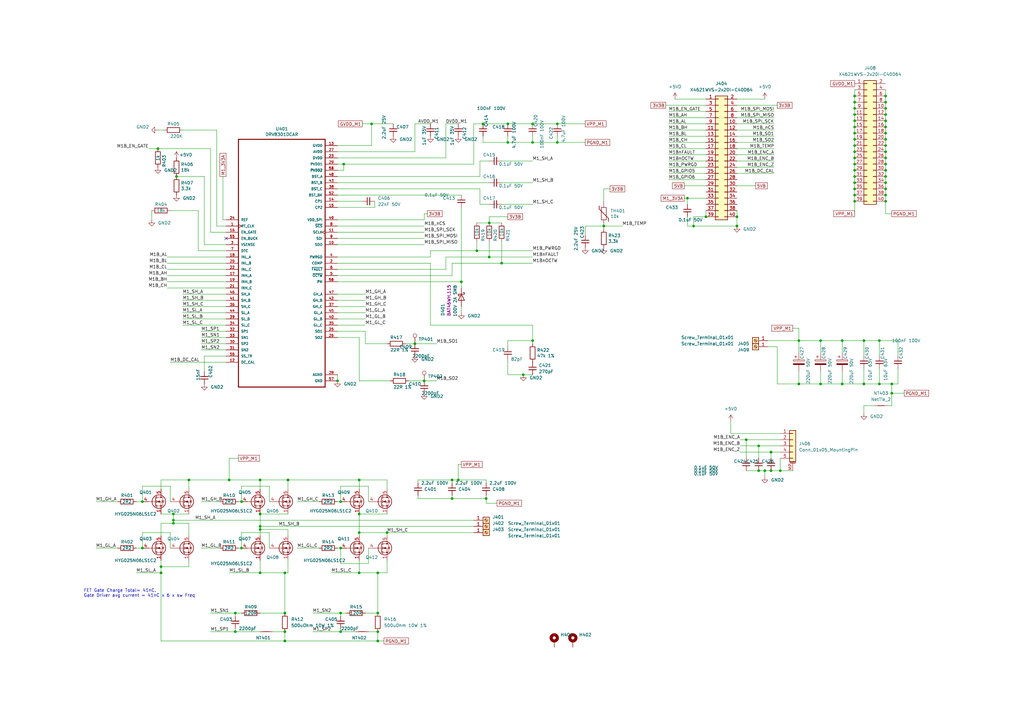
<source format=kicad_sch>
(kicad_sch (version 20230121) (generator eeschema)
  (paper "A3")
  (title_block (title "Q Motor Driver M1") (rev "1") (comment 1 "Drawn by: KHY"))
  (junction (at 106.68 215.9))
  (junction (at 218.44 50.8))
  (junction (at 350.52 41.91))
  (junction (at 363.22 74.93))
  (junction (at 198.12 50.8))
  (junction (at 71.12 213.36))
  (junction (at 218.44 58.42))
  (junction (at 99.06 224.79))
  (junction (at 363.22 69.85))
  (junction (at 118.11 196.85))
  (junction (at 363.22 52.07))
  (junction (at 187.96 196.85))
  (junction (at 363.22 67.31))
  (junction (at 208.28 58.42))
  (junction (at 77.47 196.85))
  (junction (at 116.84 259.08))
  (junction (at 350.52 74.93))
  (junction (at 93.98 196.85))
  (junction (at 200.66 91.44))
  (junction (at 363.22 46.99))
  (junction (at 363.22 77.47))
  (junction (at 350.52 44.45))
  (junction (at 106.68 217.17))
  (junction (at 302.26 88.9))
  (junction (at 139.7 251.46))
  (junction (at 147.32 234.95))
  (junction (at 71.12 214.63))
  (junction (at 218.44 139.7))
  (junction (at 363.22 44.45))
  (junction (at 71.12 210.82))
  (junction (at 316.23 185.42))
  (junction (at 154.94 259.08))
  (junction (at 139.7 224.79))
  (junction (at 350.52 52.07))
  (junction (at 354.33 157.48))
  (junction (at 350.52 82.55))
  (junction (at 345.44 157.48))
  (junction (at 96.52 259.08))
  (junction (at 316.23 193.04))
  (junction (at 139.7 205.74))
  (junction (at 311.15 182.88))
  (junction (at 140.97 67.31))
  (junction (at 365.76 161.29))
  (junction (at 106.68 196.85))
  (junction (at 116.84 262.89))
  (junction (at 228.6 50.8))
  (junction (at 58.42 224.79))
  (junction (at 214.63 153.67))
  (junction (at 281.94 81.28))
  (junction (at 116.84 234.95))
  (junction (at 195.58 102.87))
  (junction (at 350.52 67.31))
  (junction (at 72.39 72.39))
  (junction (at 363.22 64.77))
  (junction (at 363.22 82.55))
  (junction (at 327.66 157.48))
  (junction (at 138.43 156.21))
  (junction (at 363.22 62.23))
  (junction (at 363.22 41.91))
  (junction (at 363.22 57.15))
  (junction (at 152.4 50.8))
  (junction (at 139.7 259.08))
  (junction (at 363.22 72.39))
  (junction (at 205.74 107.95))
  (junction (at 147.32 196.85))
  (junction (at 208.28 50.8))
  (junction (at 350.52 69.85))
  (junction (at 311.15 193.04))
  (junction (at 189.23 115.57))
  (junction (at 154.94 262.89))
  (junction (at 185.42 196.85))
  (junction (at 116.84 251.46))
  (junction (at 200.66 105.41))
  (junction (at 64.77 60.96))
  (junction (at 158.75 218.44))
  (junction (at 320.04 193.04))
  (junction (at 289.56 88.9))
  (junction (at 365.76 157.48))
  (junction (at 350.52 49.53))
  (junction (at 363.22 59.69))
  (junction (at 350.52 57.15))
  (junction (at 350.52 62.23))
  (junction (at 350.52 59.69))
  (junction (at 228.6 58.42))
  (junction (at 106.68 234.95))
  (junction (at 345.44 139.7))
  (junction (at 360.68 139.7))
  (junction (at 336.55 157.48))
  (junction (at 106.68 210.82))
  (junction (at 66.04 232.41))
  (junction (at 327.66 139.7))
  (junction (at 350.52 77.47))
  (junction (at 336.55 139.7))
  (junction (at 363.22 39.37))
  (junction (at 354.33 139.7))
  (junction (at 360.68 157.48))
  (junction (at 313.69 193.04))
  (junction (at 199.39 204.47))
  (junction (at 66.04 234.95))
  (junction (at 173.99 156.21))
  (junction (at 363.22 54.61))
  (junction (at 58.42 205.74))
  (junction (at 185.42 204.47))
  (junction (at 99.06 205.74))
  (junction (at 96.52 251.46))
  (junction (at 147.32 218.44))
  (junction (at 154.94 251.46))
  (junction (at 350.52 72.39))
  (junction (at 350.52 46.99))
  (junction (at 350.52 39.37))
  (junction (at 363.22 49.53))
  (junction (at 306.07 180.34))
  (junction (at 350.52 54.61))
  (junction (at 302.26 92.71))
  (junction (at 350.52 64.77))
  (junction (at 363.22 80.01))
  (junction (at 170.18 140.97))
  (junction (at 247.65 92.71))
  (junction (at 350.52 80.01))
  (junction (at 147.32 210.82))
  (junction (at 284.48 92.71))
  (junction (at 154.94 234.95))
  (no_connect (at 92.71 97.79))
  (wire (pts (xy 110.49 218.44) (xy 99.06 218.44)))
  (wire (pts (xy 99.06 199.39) (xy 99.06 205.74)))
  (wire (pts (xy 106.68 229.87) (xy 106.68 234.95)))
  (wire (pts (xy 350.52 64.77) (xy 350.52 67.31)))
  (wire (pts (xy 138.43 110.49) (xy 182.88 110.49)))
  (wire (pts (xy 106.68 210.82) (xy 118.11 210.82)))
  (wire (pts (xy 138.43 138.43) (xy 147.32 138.43)))
  (wire (pts (xy 96.52 259.08) (xy 96.52 257.81)))
  (wire (pts (xy 196.85 83.82) (xy 200.66 83.82)))
  (wire (pts (xy 147.32 196.85) (xy 147.32 200.66)))
  (wire (pts (xy 336.55 139.7) (xy 327.66 139.7)))
  (wire (pts (xy 350.52 39.37) (xy 350.52 41.91)))
  (wire (pts (xy 274.32 63.5) (xy 289.56 63.5)))
  (wire (pts (xy 189.23 118.11) (xy 189.23 115.57)))
  (wire (pts (xy 106.68 196.85) (xy 118.11 196.85)))
  (wire (pts (xy 214.63 153.67) (xy 208.28 153.67)))
  (wire (pts (xy 158.75 218.44) (xy 194.31 218.44)))
  (wire (pts (xy 363.22 54.61) (xy 363.22 57.15)))
  (wire (pts (xy 320.04 187.96) (xy 320.04 193.04)))
  (wire (pts (xy 187.96 196.85) (xy 199.39 196.85)))
  (wire (pts (xy 354.33 139.7) (xy 354.33 146.05)))
  (wire (pts (xy 66.04 262.89) (xy 66.04 234.95)))
  (wire (pts (xy 69.85 199.39) (xy 58.42 199.39)))
  (wire (pts (xy 185.42 203.2) (xy 185.42 204.47)))
  (wire (pts (xy 121.92 205.74) (xy 130.81 205.74)))
  (wire (pts (xy 110.49 199.39) (xy 99.06 199.39)))
  (wire (pts (xy 154.94 262.89) (xy 116.84 262.89)))
  (wire (pts (xy 72.39 72.39) (xy 83.82 72.39)))
  (wire (pts (xy 365.76 157.48) (xy 365.76 161.29)))
  (wire (pts (xy 86.36 60.96) (xy 86.36 95.25)))
  (wire (pts (xy 66.04 196.85) (xy 77.47 196.85)))
  (wire (pts (xy 182.88 110.49) (xy 182.88 105.41)))
  (wire (pts (xy 140.97 69.85) (xy 140.97 67.31)))
  (wire (pts (xy 199.39 203.2) (xy 199.39 204.47)))
  (wire (pts (xy 350.52 41.91) (xy 350.52 44.45)))
  (wire (pts (xy 363.22 41.91) (xy 363.22 44.45)))
  (wire (pts (xy 151.13 224.79) (xy 151.13 231.14)))
  (wire (pts (xy 83.82 152.4) (xy 83.82 146.05)))
  (wire (pts (xy 350.52 80.01) (xy 350.52 82.55)))
  (wire (pts (xy 280.67 76.2) (xy 289.56 76.2)))
  (wire (pts (xy 368.3 151.13) (xy 368.3 157.48)))
  (wire (pts (xy 302.26 48.26) (xy 317.5 48.26)))
  (wire (pts (xy 82.55 140.97) (xy 92.71 140.97)))
  (wire (pts (xy 139.7 257.81) (xy 139.7 259.08)))
  (wire (pts (xy 74.93 130.81) (xy 92.71 130.81)))
  (wire (pts (xy 350.52 77.47) (xy 350.52 80.01)))
  (wire (pts (xy 336.55 139.7) (xy 336.55 144.78)))
  (wire (pts (xy 274.32 71.12) (xy 289.56 71.12)))
  (wire (pts (xy 360.68 157.48) (xy 354.33 157.48)))
  (wire (pts (xy 157.48 262.89) (xy 154.94 262.89)))
  (wire (pts (xy 142.24 251.46) (xy 139.7 251.46)))
  (wire (pts (xy 228.6 55.88) (xy 228.6 58.42)))
  (wire (pts (xy 154.94 234.95) (xy 154.94 251.46)))
  (wire (pts (xy 147.32 234.95) (xy 154.94 234.95)))
  (wire (pts (xy 274.32 48.26) (xy 289.56 48.26)))
  (wire (pts (xy 363.855 166.37) (xy 365.76 166.37)))
  (wire (pts (xy 240.03 92.71) (xy 240.03 96.52)))
  (wire (pts (xy 306.07 180.34) (xy 320.04 180.34)))
  (wire (pts (xy 77.47 229.87) (xy 77.47 232.41)))
  (wire (pts (xy 350.52 59.69) (xy 350.52 62.23)))
  (wire (pts (xy 363.22 74.93) (xy 363.22 77.47)))
  (wire (pts (xy 170.18 50.8) (xy 170.18 62.23)))
  (wire (pts (xy 60.96 60.96) (xy 64.77 60.96)))
  (wire (pts (xy 99.06 218.44) (xy 99.06 224.79)))
  (wire (pts (xy 179.07 156.21) (xy 173.99 156.21)))
  (wire (pts (xy 350.52 82.55) (xy 350.52 87.63)))
  (wire (pts (xy 147.32 196.85) (xy 158.75 196.85)))
  (wire (pts (xy 152.4 50.8) (xy 152.4 59.69)))
  (wire (pts (xy 69.85 148.59) (xy 92.71 148.59)))
  (wire (pts (xy 118.11 196.85) (xy 147.32 196.85)))
  (wire (pts (xy 118.11 217.17) (xy 106.68 217.17)))
  (wire (pts (xy 64.77 53.34) (xy 67.31 53.34)))
  (wire (pts (xy 325.12 134.62) (xy 327.66 134.62)))
  (wire (pts (xy 92.71 90.17) (xy 91.44 90.17)))
  (wire (pts (xy 316.23 185.42) (xy 320.04 185.42)))
  (wire (pts (xy 149.86 251.46) (xy 154.94 251.46)))
  (wire (pts (xy 189.23 128.27) (xy 189.23 125.73)))
  (wire (pts (xy 358.775 166.37) (xy 354.33 166.37)))
  (wire (pts (xy 195.58 99.06) (xy 195.58 102.87)))
  (wire (pts (xy 345.44 144.78) (xy 345.44 139.7)))
  (wire (pts (xy 198.12 58.42) (xy 208.28 58.42)))
  (wire (pts (xy 200.66 74.93) (xy 138.43 74.93)))
  (wire (pts (xy 200.66 91.44) (xy 205.74 91.44)))
  (wire (pts (xy 363.22 57.15) (xy 363.22 59.69)))
  (wire (pts (xy 316.23 193.04) (xy 320.04 193.04)))
  (wire (pts (xy 138.43 97.79) (xy 173.99 97.79)))
  (wire (pts (xy 200.66 99.06) (xy 200.66 105.41)))
  (wire (pts (xy 199.39 204.47) (xy 185.42 204.47)))
  (wire (pts (xy 135.89 234.95) (xy 147.32 234.95)))
  (wire (pts (xy 77.47 196.85) (xy 77.47 200.66)))
  (wire (pts (xy 153.67 82.55) (xy 153.67 85.09)))
  (wire (pts (xy 350.52 52.07) (xy 350.52 54.61)))
  (wire (pts (xy 110.49 224.79) (xy 110.49 218.44)))
  (wire (pts (xy 151.13 231.14) (xy 139.7 231.14)))
  (wire (pts (xy 58.42 218.44) (xy 58.42 224.79)))
  (wire (pts (xy 138.43 80.01) (xy 189.23 80.01)))
  (wire (pts (xy 147.32 218.44) (xy 147.32 219.71)))
  (wire (pts (xy 363.22 72.39) (xy 363.22 74.93)))
  (wire (pts (xy 314.96 139.7) (xy 327.66 139.7)))
  (wire (pts (xy 81.28 102.87) (xy 92.71 102.87)))
  (wire (pts (xy 218.44 139.7) (xy 218.44 140.97)))
  (wire (pts (xy 86.36 251.46) (xy 96.52 251.46)))
  (wire (pts (xy 218.44 133.35) (xy 218.44 139.7)))
  (wire (pts (xy 92.71 113.03) (xy 68.58 113.03)))
  (wire (pts (xy 363.22 80.01) (xy 363.22 82.55)))
  (wire (pts (xy 274.32 55.88) (xy 289.56 55.88)))
  (wire (pts (xy 97.79 224.79) (xy 99.06 224.79)))
  (wire (pts (xy 363.22 44.45) (xy 363.22 46.99)))
  (wire (pts (xy 302.26 43.18) (xy 318.77 43.18)))
  (wire (pts (xy 153.67 85.09) (xy 138.43 85.09)))
  (wire (pts (xy 363.22 46.99) (xy 363.22 49.53)))
  (wire (pts (xy 302.26 66.04) (xy 317.5 66.04)))
  (wire (pts (xy 138.43 125.73) (xy 149.86 125.73)))
  (wire (pts (xy 302.26 60.96) (xy 317.5 60.96)))
  (wire (pts (xy 140.97 67.31) (xy 138.43 67.31)))
  (wire (pts (xy 167.64 156.21) (xy 173.99 156.21)))
  (wire (pts (xy 196.85 77.47) (xy 196.85 83.82)))
  (wire (pts (xy 196.85 66.04) (xy 196.85 72.39)))
  (wire (pts (xy 200.66 66.04) (xy 196.85 66.04)))
  (wire (pts (xy 203.835 206.375) (xy 199.39 206.375)))
  (wire (pts (xy 173.99 90.17) (xy 138.43 90.17)))
  (wire (pts (xy 280.67 81.28) (xy 281.94 81.28)))
  (wire (pts (xy 185.42 196.85) (xy 185.42 198.12)))
  (wire (pts (xy 71.12 213.36) (xy 71.12 210.82)))
  (wire (pts (xy 327.66 139.7) (xy 327.66 144.78)))
  (wire (pts (xy 195.58 102.87) (xy 218.44 102.87)))
  (wire (pts (xy 363.22 69.85) (xy 363.22 72.39)))
  (wire (pts (xy 313.69 193.04) (xy 316.23 193.04)))
  (wire (pts (xy 289.56 88.9) (xy 284.48 88.9)))
  (wire (pts (xy 138.43 77.47) (xy 196.85 77.47)))
  (wire (pts (xy 302.26 71.12) (xy 317.5 71.12)))
  (wire (pts (xy 139.7 199.39) (xy 139.7 205.74)))
  (wire (pts (xy 363.22 77.47) (xy 363.22 80.01)))
  (wire (pts (xy 350.52 69.85) (xy 350.52 72.39)))
  (wire (pts (xy 311.15 193.04) (xy 313.69 193.04)))
  (wire (pts (xy 240.03 50.8) (xy 228.6 50.8)))
  (wire (pts (xy 138.43 120.65) (xy 149.86 120.65)))
  (wire (pts (xy 302.26 58.42) (xy 317.5 58.42)))
  (wire (pts (xy 68.58 110.49) (xy 92.71 110.49)))
  (wire (pts (xy 64.77 60.96) (xy 86.36 60.96)))
  (wire (pts (xy 368.3 146.05) (xy 368.3 139.7)))
  (wire (pts (xy 111.76 259.08) (xy 116.84 259.08)))
  (wire (pts (xy 350.52 72.39) (xy 350.52 74.93)))
  (wire (pts (xy 148.59 50.8) (xy 152.4 50.8)))
  (wire (pts (xy 363.22 64.77) (xy 363.22 67.31)))
  (wire (pts (xy 158.75 218.44) (xy 158.75 219.71)))
  (wire (pts (xy 97.79 205.74) (xy 99.06 205.74)))
  (wire (pts (xy 194.31 50.8) (xy 198.12 50.8)))
  (wire (pts (xy 86.36 259.08) (xy 96.52 259.08)))
  (wire (pts (xy 208.28 88.9) (xy 200.66 88.9)))
  (wire (pts (xy 147.32 229.87) (xy 147.32 234.95)))
  (wire (pts (xy 273.05 43.18) (xy 289.56 43.18)))
  (wire (pts (xy 289.56 86.36) (xy 289.56 88.9)))
  (wire (pts (xy 92.71 125.73) (xy 74.93 125.73)))
  (wire (pts (xy 284.48 88.9) (xy 284.48 92.71)))
  (wire (pts (xy 77.47 214.63) (xy 71.12 214.63)))
  (wire (pts (xy 274.32 68.58) (xy 289.56 68.58)))
  (wire (pts (xy 66.04 196.85) (xy 66.04 200.66)))
  (wire (pts (xy 200.66 105.41) (xy 218.44 105.41)))
  (wire (pts (xy 303.53 182.88) (xy 311.15 182.88)))
  (wire (pts (xy 92.71 107.95) (xy 68.58 107.95)))
  (wire (pts (xy 311.15 182.88) (xy 311.15 187.96)))
  (wire (pts (xy 199.39 196.85) (xy 199.39 198.12)))
  (wire (pts (xy 83.82 100.33) (xy 92.71 100.33)))
  (wire (pts (xy 200.66 88.9) (xy 200.66 91.44)))
  (wire (pts (xy 345.44 152.4) (xy 345.44 157.48)))
  (wire (pts (xy 274.32 50.8) (xy 289.56 50.8)))
  (wire (pts (xy 194.31 67.31) (xy 140.97 67.31)))
  (wire (pts (xy 185.42 113.03) (xy 138.43 113.03)))
  (wire (pts (xy 360.68 139.7) (xy 368.3 139.7)))
  (wire (pts (xy 274.32 66.04) (xy 289.56 66.04)))
  (wire (pts (xy 320.04 193.04) (xy 325.12 193.04)))
  (wire (pts (xy 250.19 77.47) (xy 247.65 77.47)))
  (wire (pts (xy 302.26 63.5) (xy 317.5 63.5)))
  (wire (pts (xy 218.44 83.82) (xy 205.74 83.82)))
  (wire (pts (xy 363.22 62.23) (xy 363.22 64.77)))
  (wire (pts (xy 88.9 92.71) (xy 92.71 92.71)))
  (wire (pts (xy 71.12 213.36) (xy 71.12 214.63)))
  (wire (pts (xy 306.07 180.34) (xy 306.07 187.96)))
  (wire (pts (xy 138.43 205.74) (xy 139.7 205.74)))
  (wire (pts (xy 147.32 218.44) (xy 158.75 218.44)))
  (wire (pts (xy 171.45 203.2) (xy 171.45 204.47)))
  (wire (pts (xy 68.58 118.11) (xy 92.71 118.11)))
  (wire (pts (xy 138.43 69.85) (xy 140.97 69.85)))
  (wire (pts (xy 311.15 182.88) (xy 320.04 182.88)))
  (wire (pts (xy 363.22 82.55) (xy 363.22 87.63)))
  (wire (pts (xy 55.88 205.74) (xy 58.42 205.74)))
  (wire (pts (xy 363.22 59.69) (xy 363.22 62.23)))
  (wire (pts (xy 69.85 86.36) (xy 81.28 86.36)))
  (wire (pts (xy 176.53 50.8) (xy 170.18 50.8)))
  (wire (pts (xy 82.55 135.89) (xy 92.71 135.89)))
  (wire (pts (xy 368.3 157.48) (xy 365.76 157.48)))
  (wire (pts (xy 176.53 133.35) (xy 176.53 107.95)))
  (wire (pts (xy 247.65 92.71) (xy 240.03 92.71)))
  (wire (pts (xy 106.68 215.9) (xy 194.31 215.9)))
  (wire (pts (xy 62.23 86.36) (xy 62.23 90.17)))
  (wire (pts (xy 88.9 53.34) (xy 88.9 92.71)))
  (wire (pts (xy 158.75 200.66) (xy 158.75 196.85)))
  (wire (pts (xy 118.11 196.85) (xy 118.11 200.66)))
  (wire (pts (xy 66.04 229.87) (xy 66.04 232.41)))
  (wire (pts (xy 318.77 157.48) (xy 327.66 157.48)))
  (wire (pts (xy 110.49 205.74) (xy 110.49 199.39)))
  (wire (pts (xy 302.26 53.34) (xy 317.5 53.34)))
  (wire (pts (xy 208.28 153.67) (xy 208.28 147.32)))
  (wire (pts (xy 218.44 66.04) (xy 205.74 66.04)))
  (wire (pts (xy 354.33 157.48) (xy 345.44 157.48)))
  (wire (pts (xy 208.28 142.24) (xy 208.28 139.7)))
  (wire (pts (xy 208.28 139.7) (xy 218.44 139.7)))
  (wire (pts (xy 274.32 58.42) (xy 289.56 58.42)))
  (wire (pts (xy 149.86 123.19) (xy 138.43 123.19)))
  (wire (pts (xy 363.22 36.83) (xy 363.22 39.37)))
  (wire (pts (xy 350.52 57.15) (xy 350.52 59.69)))
  (wire (pts (xy 363.22 87.63) (xy 365.76 87.63)))
  (wire (pts (xy 345.44 157.48) (xy 336.55 157.48)))
  (wire (pts (xy 302.26 68.58) (xy 317.5 68.58)))
  (wire (pts (xy 187.96 190.5) (xy 187.96 196.85)))
  (wire (pts (xy 313.69 193.04) (xy 313.69 195.58)))
  (wire (pts (xy 68.58 105.41) (xy 92.71 105.41)))
  (wire (pts (xy 306.07 193.04) (xy 311.15 193.04)))
  (wire (pts (xy 106.68 217.17) (xy 106.68 219.71)))
  (wire (pts (xy 173.99 95.25) (xy 138.43 95.25)))
  (wire (pts (xy 189.23 190.5) (xy 187.96 190.5)))
  (wire (pts (xy 274.32 53.34) (xy 289.56 53.34)))
  (wire (pts (xy 116.84 234.95) (xy 116.84 251.46)))
  (wire (pts (xy 276.86 40.64) (xy 289.56 40.64)))
  (wire (pts (xy 365.76 166.37) (xy 365.76 161.29)))
  (wire (pts (xy 208.28 58.42) (xy 218.44 58.42)))
  (wire (pts (xy 158.75 234.95) (xy 154.94 234.95)))
  (wire (pts (xy 55.88 234.95) (xy 66.04 234.95)))
  (wire (pts (xy 151.13 199.39) (xy 139.7 199.39)))
  (wire (pts (xy 303.53 180.34) (xy 306.07 180.34)))
  (wire (pts (xy 139.7 259.08) (xy 146.05 259.08)))
  (wire (pts (xy 195.58 91.44) (xy 200.66 91.44)))
  (wire (pts (xy 99.06 251.46) (xy 96.52 251.46)))
  (wire (pts (xy 69.85 224.79) (xy 69.85 218.44)))
  (wire (pts (xy 171.45 204.47) (xy 185.42 204.47)))
  (wire (pts (xy 363.22 49.53) (xy 363.22 52.07)))
  (wire (pts (xy 302.26 92.71) (xy 284.48 92.71)))
  (wire (pts (xy 208.28 55.88) (xy 208.28 58.42)))
  (wire (pts (xy 138.43 115.57) (xy 189.23 115.57)))
  (wire (pts (xy 199.39 206.375) (xy 199.39 204.47)))
  (wire (pts (xy 152.4 59.69) (xy 138.43 59.69)))
  (wire (pts (xy 91.44 72.39) (xy 91.44 90.17)))
  (wire (pts (xy 198.12 55.88) (xy 198.12 58.42)))
  (wire (pts (xy 138.43 92.71) (xy 173.99 92.71)))
  (wire (pts (xy 74.93 53.34) (xy 88.9 53.34)))
  (wire (pts (xy 363.22 52.07) (xy 363.22 54.61)))
  (wire (pts (xy 69.85 218.44) (xy 58.42 218.44)))
  (wire (pts (xy 74.93 123.19) (xy 92.71 123.19)))
  (wire (pts (xy 303.53 185.42) (xy 316.23 185.42)))
  (wire (pts (xy 118.11 229.87) (xy 118.11 234.95)))
  (wire (pts (xy 171.45 198.12) (xy 171.45 196.85)))
  (wire (pts (xy 318.77 142.24) (xy 318.77 157.48)))
  (wire (pts (xy 327.66 152.4) (xy 327.66 157.48)))
  (wire (pts (xy 281.94 92.71) (xy 284.48 92.71)))
  (wire (pts (xy 316.23 185.42) (xy 316.23 187.96)))
  (wire (pts (xy 274.32 60.96) (xy 289.56 60.96)))
  (wire (pts (xy 116.84 259.08) (xy 116.84 262.89)))
  (wire (pts (xy 370.84 161.29) (xy 365.76 161.29)))
  (wire (pts (xy 302.26 55.88) (xy 317.5 55.88)))
  (wire (pts (xy 354.33 151.13) (xy 354.33 157.48)))
  (wire (pts (xy 179.07 140.97) (xy 170.18 140.97)))
  (wire (pts (xy 171.45 196.85) (xy 185.42 196.85)))
  (wire (pts (xy 66.04 232.41) (xy 66.04 234.95)))
  (wire (pts (xy 118.11 234.95) (xy 116.84 234.95)))
  (wire (pts (xy 218.44 74.93) (xy 205.74 74.93)))
  (wire (pts (xy 139.7 231.14) (xy 139.7 224.79)))
  (wire (pts (xy 158.75 229.87) (xy 158.75 234.95)))
  (wire (pts (xy 161.29 50.8) (xy 152.4 50.8)))
  (wire (pts (xy 302.26 45.72) (xy 317.5 45.72)))
  (wire (pts (xy 96.52 259.08) (xy 106.68 259.08)))
  (wire (pts (xy 151.13 205.74) (xy 151.13 199.39)))
  (wire (pts (xy 218.44 55.88) (xy 218.44 58.42)))
  (wire (pts (xy 106.68 196.85) (xy 106.68 200.66)))
  (wire (pts (xy 128.27 259.08) (xy 139.7 259.08)))
  (wire (pts (xy 118.11 219.71) (xy 118.11 217.17)))
  (wire (pts (xy 336.55 152.4) (xy 336.55 157.48)))
  (wire (pts (xy 281.94 88.9) (xy 281.94 92.71)))
  (wire (pts (xy 149.86 140.97) (xy 149.86 135.89)))
  (wire (pts (xy 58.42 199.39) (xy 58.42 205.74)))
  (wire (pts (xy 175.26 87.63) (xy 173.99 87.63)))
  (wire (pts (xy 360.68 139.7) (xy 354.33 139.7)))
  (wire (pts (xy 360.68 146.05) (xy 360.68 139.7)))
  (wire (pts (xy 154.94 259.08) (xy 154.94 262.89)))
  (wire (pts (xy 345.44 139.7) (xy 336.55 139.7)))
  (wire (pts (xy 106.68 234.95) (xy 116.84 234.95)))
  (wire (pts (xy 66.04 210.82) (xy 71.12 210.82)))
  (wire (pts (xy 116.84 262.89) (xy 66.04 262.89)))
  (wire (pts (xy 66.04 214.63) (xy 66.04 219.71)))
  (wire (pts (xy 93.98 234.95) (xy 106.68 234.95)))
  (wire (pts (xy 247.65 77.47) (xy 247.65 82.55)))
  (wire (pts (xy 149.86 133.35) (xy 138.43 133.35)))
  (wire (pts (xy 82.55 205.74) (xy 90.17 205.74)))
  (wire (pts (xy 138.43 153.67) (xy 138.43 156.21)))
  (wire (pts (xy 205.74 99.06) (xy 205.74 107.95)))
  (wire (pts (xy 39.37 224.79) (xy 48.26 224.79)))
  (wire (pts (xy 195.58 102.87) (xy 176.53 102.87)))
  (wire (pts (xy 208.28 50.8) (xy 218.44 50.8)))
  (wire (pts (xy 182.88 64.77) (xy 138.43 64.77)))
  (wire (pts (xy 360.68 151.13) (xy 360.68 157.48)))
  (wire (pts (xy 151.13 259.08) (xy 154.94 259.08)))
  (wire (pts (xy 218.44 153.67) (xy 214.63 153.67)))
  (wire (pts (xy 176.53 102.87) (xy 176.53 105.41)))
  (wire (pts (xy 205.74 107.95) (xy 218.44 107.95)))
  (wire (pts (xy 138.43 224.79) (xy 139.7 224.79)))
  (wire (pts (xy 82.55 138.43) (xy 92.71 138.43)))
  (wire (pts (xy 198.12 50.8) (xy 208.28 50.8)))
  (wire (pts (xy 302.26 40.64) (xy 313.69 40.64)))
  (wire (pts (xy 160.02 156.21) (xy 147.32 156.21)))
  (wire (pts (xy 302.26 88.9) (xy 302.26 92.71)))
  (wire (pts (xy 187.96 50.8) (xy 182.88 50.8)))
  (wire (pts (xy 302.26 50.8) (xy 317.5 50.8)))
  (wire (pts (xy 350.52 36.83) (xy 350.52 39.37)))
  (wire (pts (xy 182.88 50.8) (xy 182.88 64.77)))
  (wire (pts (xy 365.76 157.48) (xy 360.68 157.48)))
  (wire (pts (xy 138.43 82.55) (xy 148.59 82.55)))
  (wire (pts (xy 314.96 142.24) (xy 318.77 142.24)))
  (wire (pts (xy 96.52 251.46) (xy 96.52 252.73)))
  (wire (pts (xy 71.12 210.82) (xy 77.47 210.82)))
  (wire (pts (xy 170.18 62.23) (xy 138.43 62.23)))
  (wire (pts (xy 218.44 58.42) (xy 228.6 58.42)))
  (wire (pts (xy 173.99 87.63) (xy 173.99 90.17)))
  (wire (pts (xy 228.6 58.42) (xy 240.03 58.42)))
  (wire (pts (xy 302.26 76.2) (xy 309.88 76.2)))
  (wire (pts (xy 345.44 139.7) (xy 354.33 139.7)))
  (wire (pts (xy 327.66 134.62) (xy 327.66 139.7)))
  (wire (pts (xy 81.28 86.36) (xy 81.28 102.87)))
  (wire (pts (xy 185.42 107.95) (xy 185.42 113.03)))
  (wire (pts (xy 176.53 107.95) (xy 138.43 107.95)))
  (wire (pts (xy 350.52 62.23) (xy 350.52 64.77)))
  (wire (pts (xy 39.37 205.74) (xy 48.26 205.74)))
  (wire (pts (xy 106.68 251.46) (xy 116.84 251.46)))
  (wire (pts (xy 149.86 128.27) (xy 138.43 128.27)))
  (wire (pts (xy 147.32 138.43) (xy 147.32 156.21)))
  (wire (pts (xy 74.93 133.35) (xy 92.71 133.35)))
  (wire (pts (xy 185.42 196.85) (xy 187.96 196.85)))
  (wire (pts (xy 182.88 105.41) (xy 200.66 105.41)))
  (wire (pts (xy 77.47 232.41) (xy 66.04 232.41)))
  (wire (pts (xy 173.99 100.33) (xy 138.43 100.33)))
  (wire (pts (xy 82.55 224.79) (xy 90.17 224.79)))
  (wire (pts (xy 170.18 140.97) (xy 166.37 140.97)))
  (wire (pts (xy 281.94 81.28) (xy 289.56 81.28)))
  (wire (pts (xy 194.31 50.8) (xy 194.31 67.31)))
  (wire (pts (xy 189.23 85.09) (xy 189.23 115.57)))
  (wire (pts (xy 69.85 205.74) (xy 69.85 199.39)))
  (wire (pts (xy 354.33 166.37) (xy 354.33 169.545)))
  (wire (pts (xy 149.86 135.89) (xy 138.43 135.89)))
  (wire (pts (xy 302.26 86.36) (xy 302.26 88.9)))
  (wire (pts (xy 158.75 140.97) (xy 149.86 140.97)))
  (wire (pts (xy 350.52 74.93) (xy 350.52 77.47)))
  (wire (pts (xy 97.79 187.96) (xy 93.98 187.96)))
  (wire (pts (xy 147.32 210.82) (xy 147.32 218.44)))
  (wire (pts (xy 281.94 81.28) (xy 281.94 83.82)))
  (wire (pts (xy 86.36 95.25) (xy 92.71 95.25)))
  (wire (pts (xy 71.12 213.36) (xy 194.31 213.36)))
  (wire (pts (xy 218.44 50.8) (xy 228.6 50.8)))
  (wire (pts (xy 106.68 210.82) (xy 106.68 215.9)))
  (wire (pts (xy 139.7 251.46) (xy 139.7 252.73)))
  (wire (pts (xy 274.32 45.72) (xy 289.56 45.72)))
  (wire (pts (xy 138.43 130.81) (xy 149.86 130.81)))
  (wire (pts (xy 350.52 67.31) (xy 350.52 69.85)))
  (wire (pts (xy 83.82 72.39) (xy 83.82 100.33)))
  (wire (pts (xy 176.53 105.41) (xy 138.43 105.41)))
  (wire (pts (xy 363.22 39.37) (xy 363.22 41.91)))
  (wire (pts (xy 350.52 44.45) (xy 350.52 46.99)))
  (wire (pts (xy 92.71 115.57) (xy 68.58 115.57)))
  (wire (pts (xy 106.68 215.9) (xy 106.68 217.17)))
  (wire (pts (xy 363.22 67.31) (xy 363.22 69.85)))
  (wire (pts (xy 327.66 157.48) (xy 336.55 157.48)))
  (wire (pts (xy 176.53 133.35) (xy 218.44 133.35)))
  (wire (pts (xy 139.7 251.46) (xy 128.27 251.46)))
  (wire (pts (xy 74.93 120.65) (xy 92.71 120.65)))
  (wire (pts (xy 55.88 224.79) (xy 58.42 224.79)))
  (wire (pts (xy 71.12 214.63) (xy 66.04 214.63)))
  (wire (pts (xy 299.72 172.72) (xy 299.72 177.8)))
  (wire (pts (xy 121.92 224.79) (xy 130.81 224.79)))
  (wire (pts (xy 274.32 73.66) (xy 289.56 73.66)))
  (wire (pts (xy 83.82 146.05) (xy 92.71 146.05)))
  (wire (pts (xy 299.72 177.8) (xy 320.04 177.8)))
  (wire (pts (xy 82.55 143.51) (xy 92.71 143.51)))
  (wire (pts (xy 77.47 196.85) (xy 93.98 196.85)))
  (wire (pts (xy 185.42 107.95) (xy 205.74 107.95)))
  (wire (pts (xy 247.65 92.71) (xy 247.65 93.98)))
  (wire (pts (xy 74.93 128.27) (xy 92.71 128.27)))
  (wire (pts (xy 138.43 72.39) (xy 196.85 72.39)))
  (wire (pts (xy 93.98 196.85) (xy 106.68 196.85)))
  (wire (pts (xy 255.27 92.71) (xy 247.65 92.71)))
  (wire (pts (xy 350.52 54.61) (xy 350.52 57.15)))
  (wire (pts (xy 77.47 219.71) (xy 77.47 214.63)))
  (wire (pts (xy 350.52 49.53) (xy 350.52 52.07)))
  (wire (pts (xy 147.32 210.82) (xy 158.75 210.82)))
  (wire (pts (xy 350.52 46.99) (xy 350.52 49.53)))
  (wire (pts (xy 93.98 187.96) (xy 93.98 196.85)))
  (text "FET Gate Charge Total= 41nC.\nGate Driver avg current = 41nC x 6 x sw Freq" (at 34.29 245.11 0) (effects (font (size 1.27 1.27)) (justify left bottom)))
  (label "M1B_EN_GATE" (at 274.32 45.72 0))
  (label "M1_GL_B" (at 82.55 224.79 0))
  (label "M1_SH_A" (at 218.44 66.04 0))
  (label "M1_GH_A" (at 149.86 120.65 0))
  (label "M1B_EN_GATE" (at 60.96 60.96 180))
  (label "M1B_PWRGD" (at 274.32 68.58 0))
  (label "M1_SL_C" (at 135.89 234.95 0))
  (label "M1_SP2" (at 82.55 140.97 0))
  (label "M1B_TEMP" (at 317.5 60.96 180))
  (label "M1B_ENC_Z" (at 317.5 68.58 180))
  (label "M1_GL_A" (at 149.86 128.27 0))
  (label "M1B_ENC_B" (at 317.5 66.04 180))
  (label "M1_SL_B" (at 93.98 234.95 0))
  (label "M1B_DC_CAL" (at 69.85 148.59 0))
  (label "M1B_ENC_Z" (at 303.53 185.42 180))
  (label "M1_SH_A" (at 74.93 120.65 0))
  (label "M1_SP2" (at 128.27 259.08 0))
  (label "M1_SN2" (at 128.27 251.46 0))
  (label "M1B_GPIO6" (at 274.32 73.66 0))
  (label "M1BnOCTW" (at 218.44 107.95 0))
  (label "M1_GL_B" (at 149.86 130.81 0))
  (label "M1_GL_C" (at 121.92 224.79 0))
  (label "M1_SL_B" (at 74.93 130.81 0))
  (label "M1_SH_B" (at 218.44 74.93 0))
  (label "M1B_DC_CAL" (at 317.5 71.12 180))
  (label "M1B_SO2" (at 317.5 58.42 180))
  (label "M1_SH_C" (at 74.93 125.73 0))
  (label "M1_SH_A" (at 80.01 213.36 0))
  (label "AVDD_M1" (at 171.45 50.8 0))
  (label "M1B_nCS" (at 173.99 92.71 0))
  (label "M1_GH_C" (at 149.86 125.73 0))
  (label "M1B_GPIO5" (at 274.32 71.12 0))
  (label "M1B_nCS" (at 317.5 53.34 180))
  (label "M1B_SPI_MOSI" (at 317.5 45.72 180))
  (label "M1B_BH" (at 68.58 115.57 180))
  (label "M1_SL_C" (at 74.93 133.35 0))
  (label "M1BnFAULT" (at 274.32 63.5 0))
  (label "M1_SN1" (at 82.55 138.43 0))
  (label "M1_SH_B" (at 74.93 123.19 0))
  (label "M1B_SO1" (at 179.07 140.97 0))
  (label "M1B_SPI_SCK" (at 317.5 50.8 180))
  (label "M1B_AH" (at 68.58 113.03 180))
  (label "M1B_CH" (at 68.58 118.11 180))
  (label "M1B_ENC_A" (at 317.5 63.5 180))
  (label "M1B_SPI_MISO" (at 173.99 100.33 0))
  (label "M1B_SPI_MISO" (at 317.5 48.26 180))
  (label "M1B_SPI_MOSI" (at 173.99 97.79 0))
  (label "M1_SH_B" (at 114.3 215.9 0))
  (label "M1B_ENC_A" (at 303.53 180.34 180))
  (label "M1B_AL" (at 274.32 50.8 0))
  (label "M1B_SO1" (at 317.5 55.88 180))
  (label "M1BnFAULT" (at 218.44 105.41 0))
  (label "M1B_TEMP" (at 255.27 92.71 0))
  (label "M1_GH_B" (at 149.86 123.19 0))
  (label "M1B_AL" (at 68.58 105.41 180))
  (label "M1_GH_C" (at 121.92 205.74 0))
  (label "M1B_ENC_B" (at 303.53 182.88 180))
  (label "M1_SH_C" (at 218.44 83.82 0))
  (label "M1_SL_A" (at 55.88 234.95 0))
  (label "M1B_PWRGD" (at 218.44 102.87 0))
  (label "M1_GL_A" (at 39.37 224.79 0))
  (label "M1_SN1" (at 86.36 251.46 0))
  (label "M1_SH_C" (at 158.75 218.44 0))
  (label "M1B_CL" (at 274.32 60.96 0))
  (label "M1B_SPI_SCK" (at 173.99 95.25 0))
  (label "M1B_CL" (at 68.58 110.49 180))
  (label "M1_SN2" (at 82.55 143.51 0))
  (label "M1BnOCTW" (at 274.32 66.04 0))
  (label "M1B_BH" (at 274.32 53.34 0))
  (label "M1_GH_A" (at 39.37 205.74 0))
  (label "M1_SP1" (at 82.55 135.89 0))
  (label "M1B_AH" (at 274.32 48.26 0))
  (label "M1_SL_A" (at 74.93 128.27 0))
  (label "M1_SP1" (at 86.36 259.08 0))
  (label "M1_GH_B" (at 82.55 205.74 0))
  (label "M1_GL_C" (at 149.86 133.35 0))
  (label "M1B_BL" (at 274.32 55.88 0))
  (label "M1B_SO2" (at 179.07 156.21 0))
  (label "M1B_CH" (at 274.32 58.42 0))
  (label "M1B_BL" (at 68.58 107.95 180))
  (label "DVDD_M1" (at 182.88 50.8 0))
  (global_label "PGND_M1" (shape passive) (at 240.03 58.42 0) (property "Intersheetrefs" "${INTERSHEET_REFS}" (effects hide)))
  (global_label "5VB" (shape passive) (at 309.88 76.2 0) (property "Intersheetrefs" "${INTERSHEET_REFS}" (effects hide)))
  (global_label "GVDD_M1" (shape passive) (at 350.52 34.29 180) (property "Intersheetrefs" "${INTERSHEET_REFS}" (effects hide)))
  (global_label "PGND_M1" (shape passive) (at 370.84 161.29 0) (property "Intersheetrefs" "${INTERSHEET_REFS}" (effects hide)))
  (global_label "M1_3V3A" (shape passive) (at 280.67 81.28 180) (property "Intersheetrefs" "${INTERSHEET_REFS}" (effects hide)))
  (global_label "PGND_M1" (shape passive) (at 157.48 262.89 0) (property "Intersheetrefs" "${INTERSHEET_REFS}" (effects hide)))
  (global_label "VPP_M1" (shape passive) (at 350.52 87.63 180) (property "Intersheetrefs" "${INTERSHEET_REFS}" (effects hide)))
  (global_label "3V3B" (shape passive) (at 273.05 43.18 180) (property "Intersheetrefs" "${INTERSHEET_REFS}" (effects hide)))
  (global_label "3V3B" (shape passive) (at 208.28 88.9 0) (property "Intersheetrefs" "${INTERSHEET_REFS}" (effects hide)))
  (global_label "GVDD_M1" (shape passive) (at 148.59 50.8 180) (property "Intersheetrefs" "${INTERSHEET_REFS}" (effects hide)))
  (global_label "VPP_M1" (shape passive) (at 97.79 187.96 0) (property "Intersheetrefs" "${INTERSHEET_REFS}" (effects hide)))
  (global_label "5VB" (shape passive) (at 280.67 76.2 180) (property "Intersheetrefs" "${INTERSHEET_REFS}" (effects hide)))
  (global_label "VPP_M1" (shape passive) (at 240.03 50.8 0) (property "Intersheetrefs" "${INTERSHEET_REFS}" (effects hide)))
  (global_label "VPP_M1" (shape passive) (at 325.12 134.62 180) (property "Intersheetrefs" "${INTERSHEET_REFS}" (effects hide)))
  (global_label "VPP_M1" (shape passive) (at 189.23 190.5 0) (property "Intersheetrefs" "${INTERSHEET_REFS}" (effects hide)))
  (global_label "M1_3V3A" (shape passive) (at 91.44 72.39 90) (property "Intersheetrefs" "${INTERSHEET_REFS}" (effects hide)))
  (global_label "PGND_M1" (shape passive) (at 203.835 206.375 0) (property "Intersheetrefs" "${INTERSHEET_REFS}" (effects hide)))
  (global_label "3V3B" (shape passive) (at 175.26 87.63 0) (property "Intersheetrefs" "${INTERSHEET_REFS}" (effects hide)))
  (global_label "3V3B" (shape passive) (at 250.19 77.47 0) (property "Intersheetrefs" "${INTERSHEET_REFS}" (effects hide)))
  (global_label "3V3B" (shape passive) (at 318.77 43.18 0) (property "Intersheetrefs" "${INTERSHEET_REFS}" (effects hide)))
  (global_label "PGND_M1" (shape passive) (at 365.76 87.63 0) (property "Intersheetrefs" "${INTERSHEET_REFS}" (effects hide)))
  (symbol (lib_id "Device:R") (at 64.77 64.77 180) (unit 1)
    (property "Reference" "R403" (at 67.31 66.04 90))
    (property "Value" "1k" (at 64.77 64.77 90))
    (property "Footprint" "Resistor_SMD:R_0402_1005Metric" (effects hide))
    (property "MPN" "ERJ-2RKF1001X" (effects hide))
  )
  (symbol (lib_id "power:GND2") (at 138.43 156.21 0) (unit 1)
    (property "Reference" "#PWR0150" (effects hide))
    (property "Value" "GND2" (at 140.97 157.4799 0) (effects (justify left)))
  )
  (symbol (lib_id "power:+5VD") (at 299.72 172.72 0) (unit 1)
    (property "Reference" "#PWR0131" (effects hide))
    (property "Value" "+5VD" (at 299.72 167.64 0))
  )
  (symbol (lib_id "Device:C_Small") (at 368.3 148.59 0) (unit 1)
    (property "Reference" "C432" (at 369.57 147.32 90) (effects (justify left)))
    (property "Value" "100nF 100V" (at 365.76 139.7 0) (effects (justify left)))
    (property "Footprint" "Capacitor_SMD:C_0402_1005Metric" (effects hide))
    (property "MPN" "GRM155R62A104KE14D" (effects hide))
    (property "JLCPN" "C162178" (effects hide))
  )
  (symbol (lib_id "power:GND2") (at 354.33 169.545 0) (unit 1)
    (property "Reference" "#PWR0133" (effects hide))
    (property "Value" "GND2" (at 356.87 170.8149 0) (effects (justify left)))
  )
  (symbol (lib_id "power:GND2") (at 161.29 55.88 0) (unit 1)
    (property "Reference" "#PWR0143" (effects hide))
    (property "Value" "GND2" (at 163.83 57.1499 0) (effects (justify left)))
  )
  (symbol (lib_id "Device:R") (at 52.07 205.74 90) (unit 1)
    (property "Reference" "R401" (at 52.07 203.2 90))
    (property "Value" "2R2" (at 52.07 205.74 90))
    (property "Footprint" "Resistor_SMD:R_0402_1005Metric" (effects hide))
    (property "MPN" "CRCW04022R20FKEDC" (effects hide))
  )
  (symbol (lib_id "Device:C_Small") (at 189.23 82.55 0) (unit 1)
    (property "Reference" "C413" (at 184.15 81.28 0))
    (property "Value" "0.1uF 50V" (at 179.07 80.01 0))
    (property "Footprint" "Capacitor_SMD:C_0402_1005Metric" (effects hide))
    (property "MPN" "GRM155R71H104KE14D" (effects hide))
    (property "JLCPN" "C77020" (effects hide))
  )
  (symbol (lib_id "Device:C_Small") (at 208.28 144.78 0) (unit 1)
    (property "Reference" "C419" (at 201.93 143.51 0) (effects (justify left)))
    (property "Value" "82pF" (at 209.55 147.32 0) (effects (justify left)))
    (property "Footprint" "Capacitor_SMD:C_0402_1005Metric" (effects hide))
    (property "MPN" "C1005NP0820JGTS" (effects hide))
    (property "JLCPN" "C147470" (effects hide))
  )
  (symbol (lib_id "Device:C_Small") (at 96.52 255.27 180) (unit 1)
    (property "Reference" "C403" (at 92.71 254 0))
    (property "Value" "2200pF" (at 101.6 257.81 0))
    (property "Footprint" "Capacitor_SMD:C_0402_1005Metric" (effects hide))
    (property "MPN" "CL05B222KB5NNNC" (effects hide))
    (property "JLCPN" "C84703" (effects hide))
  )
  (symbol (lib_id "Device:NetTie_2") (at 361.315 166.37 0) (unit 1) (in_bom no)
    (property "Reference" "NT403" (at 361.315 161.29 0))
    (property "Value" "NetTie_2" (at 361.315 163.83 0))
    (property "Footprint" "qdrive_footprints:NetTie-2_SMD_Pad2.0mm" (effects hide))
  )
  (symbol (lib_id "Device:C_Small") (at 208.28 53.34 0) (unit 1)
    (property "Reference" "C418" (at 201.93 52.07 0) (effects (justify left)))
    (property "Value" "4.7uF 100V" (at 210.82 60.96 90) (effects (justify left)))
    (property "Footprint" "Capacitor_SMD:C_1210_3225Metric" (effects hide))
    (property "MPN" "HMK325C7475KMHPE" (effects hide))
    (property "JLCPN" "C385986" (effects hide))
  )
  (symbol (lib_id "Connector_Generic:Conn_02x20_Odd_Even") (at 294.64 63.5 0) (unit 1)
    (property "Reference" "J404" (at 295.91 34.29 0))
    (property "Value" "X4621WVS-2x20I-C40D64" (at 295.91 36.83 0))
    (property "Footprint" "qdrive_footprints:PinHeader_2x20_P2.0mm_Vertical_SMD_877594051" (effects hide))
    (property "MPN" "X4621WVS-2x20I-C40D64" (effects hide))
    (property "JLCPN" "C2883178" (effects hide))
  )
  (symbol (lib_id "Device:C_Small") (at 240.03 99.06 0) (unit 1)
    (property "Reference" "C423" (at 238.76 97.79 90) (effects (justify left)))
    (property "Value" "2.2uF 25V" (at 236.22 102.87 90) (effects (justify left)))
    (property "Footprint" "Capacitor_SMD:C_0402_1005Metric" (effects hide))
    (property "MPN" "CL05A225MA5NUNC" (effects hide))
    (property "JLCPN" "C159814" (effects hide))
  )
  (symbol (lib_id "power:GND2") (at 170.18 146.05 0) (unit 1)
    (property "Reference" "#PWR0149" (effects hide))
    (property "Value" "GND2" (at 172.72 147.3199 0) (effects (justify left)))
  )
  (symbol (lib_id "Device:C_Small") (at 218.44 53.34 0) (unit 1)
    (property "Reference" "C420" (at 219.71 52.07 90) (effects (justify left)))
    (property "Value" "100nF 100V" (at 222.25 60.96 90) (effects (justify left)))
    (property "Footprint" "Capacitor_SMD:C_0402_1005Metric" (effects hide))
    (property "MPN" "GRM155R62A104KE14D" (effects hide))
    (property "JLCPN" "C162178" (effects hide))
  )
  (symbol (lib_id "Device:R") (at 72.39 76.2 180) (unit 1)
    (property "Reference" "R407" (at 74.168 75.0316 0) (effects (justify right)))
    (property "Value" "3.3k" (at 74.168 77.343 0) (effects (justify right)))
    (property "Footprint" "Resistor_SMD:R_0402_1005Metric" (effects hide))
    (property "MPN" "CRCW04023K30FKEDC" (effects hide))
  )
  (symbol (lib_id "Connector:Screw_Terminal_01x01") (at 199.39 213.36 0) (unit 1)
    (property "Reference" "J401" (at 201.93 212.0899 0) (effects (justify left)))
    (property "Value" "Screw_Terminal_01x01" (at 208.28 214.63 0) (effects (justify left)))
    (property "Footprint" "Connector_Wire:SolderWire-2.5sqmm_1x01_D2.4mm_OD3.6mm" (effects hide))
  )
  (symbol (lib_id "Transistor_FET:CSD18540Q5B") (at 63.5 205.74 0) (unit 1)
    (property "Reference" "Q401" (at 57.15 201.93 0) (effects (justify left)))
    (property "Value" "HYG025N06LS1C2" (at 46.99 210.82 0) (effects (justify left)))
    (property "Footprint" "Package_TO_SOT_SMD:TDSON-8-1" (effects hide))
    (property "Datasheet" "https://datasheet.lcsc.com/lcsc/2105242011_HUAYI-HYG025N06LS1C2_C2827231.pdf" (effects hide))
    (property "MPN" "HYG025N06LS1C2" (effects hide))
  )
  (symbol (lib_id "Device:R") (at 162.56 140.97 90) (unit 1)
    (property "Reference" "R417" (at 162.56 138.43 90))
    (property "Value" "22R 1%" (at 163.83 143.51 90))
    (property "Footprint" "Resistor_SMD:R_0402_1005Metric" (effects hide))
    (property "MPN" "AC0402JR-0722RL" (effects hide))
    (property "JLCPN" "C144722" (effects hide))
  )
  (symbol (lib_id "Device:R") (at 72.39 68.58 180) (unit 1)
    (property "Reference" "R406" (at 74.168 67.4116 0) (effects (justify right)))
    (property "Value" "18k" (at 74.168 69.723 0) (effects (justify right)))
    (property "Footprint" "Resistor_SMD:R_0402_1005Metric" (effects hide))
    (property "MPN" "CRCW040218K0FKED" (effects hide))
  )
  (symbol (lib_id "Device:C_Small") (at 228.6 53.34 0) (unit 1)
    (property "Reference" "C422" (at 226.06 57.15 90) (effects (justify left)))
    (property "Value" "4.7uF 100V" (at 231.14 58.42 90) (effects (justify left)))
    (property "Footprint" "Capacitor_SMD:C_1210_3225Metric" (effects hide))
    (property "MPN" "HMK325C7475KN-TE" (effects hide))
  )
  (symbol (lib_id "Device:C_Small") (at 151.13 82.55 90) (unit 1)
    (property "Reference" "C406" (at 154.94 81.28 90) (effects (justify right)))
    (property "Value" "22nF 50V" (at 154.94 83.82 90) (effects (justify right)))
    (property "Footprint" "Capacitor_SMD:C_0402_1005Metric" (effects hide))
    (property "MPN" "CL05B223KB5VPNC" (effects hide))
    (property "JLCPN" "C307335" (effects hide))
  )
  (symbol (lib_id "power:GND2") (at 302.26 92.71 0) (unit 1)
    (property "Reference" "#PWR0134" (effects hide))
    (property "Value" "GND2" (at 304.8 93.9799 0) (effects (justify left)))
  )
  (symbol (lib_id "Transistor_FET:CSD18540Q5B") (at 104.14 224.79 0) (unit 1)
    (property "Reference" "Q407" (at 97.79 220.98 0) (effects (justify left)))
    (property "Value" "HYG025N06LS1C2" (at 86.36 231.14 0) (effects (justify left)))
    (property "Footprint" "Package_TO_SOT_SMD:TDSON-8-1" (effects hide))
    (property "Datasheet" "https://datasheet.lcsc.com/lcsc/2105242011_HUAYI-HYG025N06LS1C2_C2827231.pdf" (effects hide))
    (property "MPN" "HYG025N06LS1C2" (effects hide))
  )
  (symbol (lib_id "Transistor_FET:CSD18540Q5B") (at 156.21 205.74 0) (unit 1)
    (property "Reference" "Q410" (at 149.86 209.55 0) (effects (justify left)))
    (property "Value" "HYG025N06LS1C2" (effects hide))
    (property "Footprint" "Package_TO_SOT_SMD:TDSON-8-1" (effects hide))
    (property "Datasheet" "https://datasheet.lcsc.com/lcsc/2105242011_HUAYI-HYG025N06LS1C2_C2827231.pdf" (effects hide))
    (property "MPN" "HYG025N06LS1C2" (effects hide))
  )
  (symbol (lib_id "power:GND2") (at 72.39 80.01 0) (unit 1)
    (property "Reference" "#PWR0141" (effects hide))
    (property "Value" "GND2" (at 74.93 81.2799 0) (effects (justify left)))
  )
  (symbol (lib_id "Device:C_Small") (at 354.33 148.59 0) (unit 1)
    (property "Reference" "C430" (at 355.6 147.32 90) (effects (justify left)))
    (property "Value" "10uF 63V " (at 356.87 156.21 90) (effects (justify left)))
    (property "Footprint" "Capacitor_SMD:C_1210_3225Metric" (effects hide))
    (property "MPN" "CL32B106KMVNNWE" (effects hide))
  )
  (symbol (lib_id "Device:R") (at 116.84 255.27 180) (unit 1)
    (property "Reference" "R412" (at 119.38 254 0) (effects (justify right)))
    (property "Value" "500uOhm 10W 1%" (at 119.38 256.54 0) (effects (justify right)))
    (property "Footprint" "qdrive_footprints:WSLP3921L5000FEA" (effects hide))
    (property "MPN" "WSLP3921L5000FEA" (effects hide))
  )
  (symbol (lib_id "Device:C_Small") (at 203.2 66.04 90) (unit 1)
    (property "Reference" "C415" (at 200.66 63.5 90))
    (property "Value" "0.1uF 50V" (at 209.55 67.31 90))
    (property "Footprint" "Capacitor_SMD:C_0402_1005Metric" (effects hide))
    (property "MPN" "GRM155R71H104KE14D" (effects hide))
    (property "JLCPN" "C77020" (effects hide))
  )
  (symbol (lib_id "Device:C_Small") (at 198.12 53.34 0) (unit 1)
    (property "Reference" "C414" (at 199.39 52.07 90) (effects (justify left)))
    (property "Value" "100nF 100V" (at 195.58 44.45 0) (effects (justify left)))
    (property "Footprint" "Capacitor_SMD:C_0402_1005Metric" (effects hide))
    (property "MPN" "GRM155R62A104KE14D" (effects hide))
    (property "JLCPN" "C162178" (effects hide))
  )
  (symbol (lib_id "power:GND2") (at 187.96 55.88 0) (unit 1)
    (property "Reference" "#PWR0147" (effects hide))
    (property "Value" "GND2" (at 190.5 57.1499 0) (effects (justify left)))
  )
  (symbol (lib_id "power:GND2") (at 189.23 128.27 0) (unit 1)
    (property "Reference" "#PWR0137" (effects hide))
    (property "Value" "GND2" (at 191.77 129.5399 0) (effects (justify left)))
  )
  (symbol (lib_id "bldc_motor_cntroller-rescue:DRV8301DCAR-DRV8301DCAR") (at 115.57 107.95 0) (unit 1)
    (property "Reference" "U401" (at 115.57 52.832 0))
    (property "Value" "DRV8301DCAR" (at 115.57 55.1434 0))
    (property "Footprint" "qdrive_footprints:SOP50P810X120-57N" (effects hide))
    (property "Datasheet" "F" (effects hide))
    (property "Field4" "IPC-7351B" (effects hide))
    (property "Field5" "Texas Instruments" (effects hide))
    (property "MPN" "DRV8301DCAR" (effects hide))
  )
  (symbol (lib_id "Transistor_FET:CSD18540Q5B") (at 115.57 205.74 0) (unit 1)
    (property "Reference" "Q406" (at 109.22 209.55 0) (effects (justify left)))
    (property "Value" "HYG025N06LS1C2" (effects hide))
    (property "Footprint" "Package_TO_SOT_SMD:TDSON-8-1" (effects hide))
    (property "Datasheet" "https://datasheet.lcsc.com/lcsc/2105242011_HUAYI-HYG025N06LS1C2_C2827231.pdf" (effects hide))
    (property "MPN" "HYG025N06LS1C2" (effects hide))
  )
  (symbol (lib_id "Connector_Generic:Conn_02x20_Odd_Even") (at 355.6 57.15 0) (unit 1)
    (property "Reference" "J408" (at 356.87 27.94 0))
    (property "Value" "X4621WVS-2x20I-C40D64" (at 356.87 30.48 0))
    (property "Footprint" "qdrive_footprints:PinHeader_2x20_P2.0mm_Vertical_SMD_877594051" (effects hide))
    (property "MPN" "X4621WVS-2x20I-C40D64" (effects hide))
    (property "JLCPN" "C2883178" (effects hide))
  )
  (symbol (lib_id "Connector:Screw_Terminal_01x01") (at 199.39 218.44 0) (unit 1)
    (property "Reference" "J403" (at 201.93 217.1699 0) (effects (justify left)))
    (property "Value" "Screw_Terminal_01x01" (at 208.28 219.71 0) (effects (justify left)))
    (property "Footprint" "Connector_Wire:SolderWire-2.5sqmm_1x01_D2.4mm_OD3.6mm" (effects hide))
  )
  (symbol (lib_id "Device:R") (at 134.62 224.79 90) (unit 1)
    (property "Reference" "R414" (at 134.62 222.25 90))
    (property "Value" "2R2" (at 134.62 224.79 90))
    (property "Footprint" "Resistor_SMD:R_0402_1005Metric" (effects hide))
    (property "MPN" "CRCW04022R20FKEDC" (effects hide))
  )
  (symbol (lib_id "Device:R") (at 218.44 144.78 0) (unit 1)
    (property "Reference" "R422" (at 220.218 143.6116 0) (effects (justify left)))
    (property "Value" "47k 1%" (at 220.218 145.923 0) (effects (justify left)))
    (property "Footprint" "Resistor_SMD:R_0402_1005Metric" (effects hide))
    (property "MPN" "RC0402FR-0747KL" (effects hide))
    (property "JLCPN" "C93943" (effects hide))
  )
  (symbol (lib_id "power:GND2") (at 64.77 53.34 270) (unit 1)
    (property "Reference" "#PWR0140" (effects hide))
    (property "Value" "GND2" (at 55.88 52.07 90) (effects (justify left)))
  )
  (symbol (lib_id "power:GND2") (at 64.77 68.58 0) (unit 1)
    (property "Reference" "#PWR0138" (effects hide))
    (property "Value" "GND2" (at 67.31 69.8499 0) (effects (justify left)))
  )
  (symbol (lib_id "bldc_motor_cntroller-rescue:CP-Device") (at 345.44 148.59 0) (unit 1)
    (property "Reference" "C429" (at 346.71 147.32 90) (effects (justify left)))
    (property "Value" "220uF 50V" (at 349.25 157.48 90) (effects (justify left)))
    (property "Footprint" "Capacitor_SMD:CP_Elec_10x14.3" (effects hide))
    (property "MPN" "EEHZS1H221P" (effects hide))
    (property "JLCPN" "C385885" (effects hide))
  )
  (symbol (lib_id "Device:R") (at 134.62 205.74 90) (unit 1)
    (property "Reference" "R413" (at 134.62 203.2 90))
    (property "Value" "2R2" (at 134.62 205.74 90))
    (property "Footprint" "Resistor_SMD:R_0402_1005Metric" (effects hide))
    (property "MPN" "CRCW04022R20FKEDC" (effects hide))
  )
  (symbol (lib_id "power:+5VD") (at 276.86 40.64 0) (unit 1)
    (property "Reference" "#PWR0136" (effects hide))
    (property "Value" "+5VD" (at 276.86 35.56 0))
  )
  (symbol (lib_id "Device:R") (at 102.87 251.46 90) (unit 1)
    (property "Reference" "R409" (at 102.87 248.92 90))
    (property "Value" "120R" (at 102.87 251.46 90))
    (property "Footprint" "Resistor_SMD:R_0402_1005Metric" (effects hide))
    (property "MPN" "ERJ-2RKF1200X" (effects hide))
  )
  (symbol (lib_id "Device:C_Small") (at 83.82 154.94 180) (unit 1)
    (property "Reference" "C402" (at 86.36 152.4 90))
    (property "Value" "15nF" (at 81.28 153.67 90))
    (property "Footprint" "Capacitor_SMD:C_0402_1005Metric" (effects hide))
    (property "MPN" "GCM155R71E153JA55D" (effects hide))
  )
  (symbol (lib_id "bldc_motor_cntroller-rescue:Net-Tie_2-Device") (at 109.22 259.08 0) (unit 1)
    (property "Reference" "NT401" (at 107.95 261.62 0))
    (property "Value" "Net-Tie_2" (effects hide))
    (property "Footprint" "NetTie:NetTie-2_SMD_Pad0.5mm" (effects hide))
    (property "MPN" "-" (effects hide))
  )
  (symbol (lib_id "Transistor_FET:CSD18540Q5B") (at 104.14 205.74 0) (unit 1)
    (property "Reference" "Q405" (at 97.79 201.93 0) (effects (justify left)))
    (property "Value" "HYG025N06LS1C2" (at 86.36 209.55 0) (effects (justify left)))
    (property "Footprint" "Package_TO_SOT_SMD:TDSON-8-1" (effects hide))
    (property "Datasheet" "https://datasheet.lcsc.com/lcsc/2105242011_HUAYI-HYG025N06LS1C2_C2827231.pdf" (effects hide))
    (property "MPN" "HYG025N06LS1C2" (effects hide))
  )
  (symbol (lib_id "Device:C_Small") (at 139.7 255.27 180) (unit 1)
    (property "Reference" "C405" (at 135.89 254 0))
    (property "Value" "2200pF" (at 143.51 257.81 0))
    (property "Footprint" "Capacitor_SMD:C_0402_1005Metric" (effects hide))
    (property "MPN" "CL05B222KB5NNNC" (effects hide))
    (property "JLCPN" "C84703" (effects hide))
  )
  (symbol (lib_id "Connector:TestPoint") (at 170.18 140.97 0) (unit 1)
    (property "Reference" "TP401" (at 171.6532 139.1412 0) (effects (justify left)))
    (property "Value" "TestPoint" (effects hide))
    (property "Footprint" "TestPoint:TestPoint_Pad_D1.5mm" (effects hide))
    (property "MPN" "-" (effects hide))
  )
  (symbol (lib_id "Device:R") (at 163.83 156.21 90) (unit 1)
    (property "Reference" "R418" (at 163.83 153.67 90))
    (property "Value" "22R 1%" (at 165.1 158.75 90))
    (property "Footprint" "Resistor_SMD:R_0402_1005Metric" (effects hide))
    (property "MPN" "AC0402JR-0722RL" (effects hide))
    (property "JLCPN" "C144722" (effects hide))
  )
  (symbol (lib_id "Transistor_FET:CSD18540Q5B") (at 144.78 224.79 0) (unit 1)
    (property "Reference" "Q411" (at 138.43 220.98 0) (effects (justify left)))
    (property "Value" "HYG025N06LS1C2" (at 124.46 229.87 0) (effects (justify left)))
    (property "Footprint" "Package_TO_SOT_SMD:TDSON-8-1" (effects hide))
    (property "Datasheet" "https://datasheet.lcsc.com/lcsc/2105242011_HUAYI-HYG025N06LS1C2_C2827231.pdf" (effects hide))
    (property "MPN" "HYG025N06LS1C2" (effects hide))
  )
  (symbol (lib_id "Device:C_Small") (at 218.44 151.13 0) (unit 1)
    (property "Reference" "C421" (at 220.98 149.8662 0) (effects (justify left)))
    (property "Value" "270pF" (at 220.98 152.4062 0) (effects (justify left)))
    (property "Footprint" "Capacitor_SMD:C_0402_1005Metric" (effects hide))
    (property "MPN" "CGA2B2C0G1H271JT0Y0F" (effects hide))
    (property "JLCPN" "C695156" (effects hide))
  )
  (symbol (lib_id "power:GND2") (at 240.03 101.6 0) (unit 1)
    (property "Reference" "#PWR0126" (effects hide))
    (property "Value" "GND2" (at 242.57 102.8699 0) (effects (justify left)))
  )
  (symbol (lib_id "Connector_Generic_MountingPin:Conn_01x05_MountingPin") (at 325.12 182.88 0) (unit 1)
    (property "Reference" "J406" (at 327.66 181.9655 0) (effects (justify left)))
    (property "Value" "Conn_01x05_MountingPin" (at 327.66 184.5055 0) (effects (justify left)))
    (property "Footprint" "qdrive_footprints:JST_PH_B5B-PH-SM4-TB_1x05-1MP_P2.00mm_Vertical" (effects hide))
    (property "MPN" "B5B-PH-SM4-TB(LF)(SN)" (effects hide))
    (property "JLCPN" "C265085" (effects hide))
  )
  (symbol (lib_id "Device:D_Schottky") (at 189.23 121.92 270) (unit 1)
    (property "Reference" "D401" (at 181.61 124.46 0) (effects (justify left)))
    (property "Value" "100V 2A SMB" (at 186.69 116.84 0) (effects (justify left)))
    (property "Footprint" "Diode_SMD:D_SOD-123F" (effects hide))
    (property "MPN" "BAT46WH,115" (at 184.15 123.19 0))
    (property "JLCPN" "C426768" (effects hide))
  )
  (symbol (lib_id "Transistor_FET:CSD18540Q5B") (at 74.93 205.74 0) (unit 1)
    (property "Reference" "Q402" (at 68.58 209.55 0) (effects (justify left)))
    (property "Value" "HYG025N06LS1C2" (effects hide))
    (property "Footprint" "Package_TO_SOT_SMD:TDSON-8-1" (effects hide))
    (property "Datasheet" "https://datasheet.lcsc.com/lcsc/2105242011_HUAYI-HYG025N06LS1C2_C2827231.pdf" (effects hide))
    (property "MPN" "HYG025N06LS1C2" (effects hide))
  )
  (symbol (lib_id "Mechanical:MountingHole_Pad") (at 227.33 262.89 0) (unit 1)
    (property "Reference" "H401" (at 229.87 260.3499 0) (effects (justify left)))
    (property "Value" "MountingHole_Pad" (effects hide))
    (property "Footprint" "MountingHole:MountingHole_3.2mm_M3_ISO7380_Pad" (effects hide))
  )
  (symbol (lib_id "Device:C_Small") (at 187.96 53.34 0) (unit 1)
    (property "Reference" "C412" (at 190.5 57.15 90) (effects (justify left)))
    (property "Value" "1uF 35V" (at 185.42 59.69 90) (effects (justify left)))
    (property "Footprint" "Capacitor_SMD:C_0402_1005Metric" (effects hide))
    (property "MPN" "CL05A105KL5NRNC" (effects hide))
    (property "JLCPN" "C307413" (effects hide))
  )
  (symbol (lib_id "power:+5VD") (at 313.69 40.64 0) (unit 1)
    (property "Reference" "#PWR0121" (effects hide))
    (property "Value" "+5VD" (at 313.69 35.56 0))
  )
  (symbol (lib_id "Device:C_Small") (at 161.29 53.34 0) (unit 1)
    (property "Reference" "C407" (at 162.56 52.07 0) (effects (justify left)))
    (property "Value" "2.2uF 25V" (at 157.48 57.15 90) (effects (justify left)))
    (property "Footprint" "Capacitor_SMD:C_0402_1005Metric" (effects hide))
    (property "MPN" "CL05A225MA5NUNC" (effects hide))
    (property "JLCPN" "C159814" (effects hide))
  )
  (symbol (lib_id "Device:C_Small") (at 199.39 200.66 0) (unit 1)
    (property "Reference" "C408" (at 201.93 200.66 0) (effects (justify left)))
    (property "Value" "2.2uF 100V" (at 200.66 198.12 0) (effects (justify left)))
    (property "Footprint" "Capacitor_SMD:C_1210_3225Metric" (effects hide))
    (property "MPN" "HMK325B7225KN-T" (effects hide))
    (property "JLCPN" "C92775" (effects hide))
  )
  (symbol (lib_id "Device:C_Small") (at 281.94 86.36 0) (unit 1)
    (property "Reference" "C433" (at 275.59 85.09 0))
    (property "Value" "0.1uF 50V" (at 283.21 90.17 0))
    (property "Footprint" "Capacitor_SMD:C_0402_1005Metric" (effects hide))
    (property "MPN" "GRM155R71H104KE14D" (effects hide))
    (property "JLCPN" "C77020" (effects hide))
  )
  (symbol (lib_id "Device:R") (at 200.66 95.25 180) (unit 1)
    (property "Reference" "R420" (at 203.2 96.52 90))
    (property "Value" "10k" (at 200.66 95.25 90))
    (property "Footprint" "Resistor_SMD:R_0402_1005Metric" (effects hide))
    (property "MPN" "CRCW040210K0FKEDC" (effects hide))
  )
  (symbol (lib_id "power:GND2") (at 176.53 55.88 0) (unit 1)
    (property "Reference" "#PWR0144" (effects hide))
    (property "Value" "GND2" (at 179.07 57.1499 0) (effects (justify left)))
  )
  (symbol (lib_id "power:GND2") (at 313.69 195.58 0) (unit 1)
    (property "Reference" "#PWR0130" (effects hide))
    (property "Value" "GND2" (at 316.23 196.8499 0) (effects (justify left)))
  )
  (symbol (lib_id "power:GND2") (at 83.82 157.48 0) (unit 1)
    (property "Reference" "#PWR0157" (effects hide))
    (property "Value" "GND2" (at 86.36 158.7499 0) (effects (justify left)))
  )
  (symbol (lib_id "power:GND2") (at 214.63 153.67 0) (unit 1)
    (property "Reference" "#PWR0152" (effects hide))
    (property "Value" "GND2" (at 217.17 154.9399 0) (effects (justify left)))
  )
  (symbol (lib_id "Device:C_Small") (at 203.2 83.82 90) (unit 1)
    (property "Reference" "C417" (at 200.66 81.28 90))
    (property "Value" "0.1uF 50V" (at 209.55 85.09 90))
    (property "Footprint" "Capacitor_SMD:C_0402_1005Metric" (effects hide))
    (property "MPN" "GRM155R71H104KE14D" (effects hide))
    (property "JLCPN" "C77020" (effects hide))
  )
  (symbol (lib_id "power:GND2") (at 247.65 101.6 0) (unit 1)
    (property "Reference" "#PWR0125" (effects hide))
    (property "Value" "GND2" (at 250.19 102.8699 0) (effects (justify left)))
  )
  (symbol (lib_id "Connector:TestPoint") (at 173.99 156.21 0) (unit 1)
    (property "Reference" "TP402" (at 175.4632 154.3812 0) (effects (justify left)))
    (property "Value" "TestPoint" (effects hide))
    (property "Footprint" "TestPoint:TestPoint_Pad_D1.5mm" (effects hide))
    (property "MPN" "-" (effects hide))
  )
  (symbol (lib_id "Device:C_Small") (at 316.23 190.5 180) (unit 1)
    (property "Reference" "C426" (at 314.96 189.23 0))
    (property "Value" "0.1uF 50V" (at 289.56 194.31 0))
    (property "Footprint" "Capacitor_SMD:C_0402_1005Metric" (effects hide))
    (property "MPN" "GRM155R71H104KE14D" (effects hide))
    (property "JLCPN" "C77020" (effects hide))
  )
  (symbol (lib_id "Device:C_Small") (at 176.53 53.34 0) (unit 1)
    (property "Reference" "C411" (at 179.07 57.15 90) (effects (justify left)))
    (property "Value" "1uF 35V" (at 173.99 59.69 90) (effects (justify left)))
    (property "Footprint" "Capacitor_SMD:C_0402_1005Metric" (effects hide))
    (property "MPN" "CL05A105KL5NRNC" (effects hide))
    (property "JLCPN" "C307413" (effects hide))
  )
  (symbol (lib_id "power:GND2") (at 62.23 90.17 0) (unit 1)
    (property "Reference" "#PWR0142" (effects hide))
    (property "Value" "GND2" (at 64.77 91.4399 0) (effects (justify left)))
  )
  (symbol (lib_id "Device:R") (at 247.65 97.79 180) (unit 1)
    (property "Reference" "R423" (at 249.428 96.6216 0) (effects (justify right)))
    (property "Value" "3.3k" (at 249.428 98.933 0) (effects (justify right)))
    (property "Footprint" "Resistor_SMD:R_0402_1005Metric" (effects hide))
    (property "MPN" "CRCW04023K30FKEDC" (effects hide))
  )
  (symbol (lib_id "Mechanical:MountingHole_Pad") (at 234.95 262.89 0) (unit 1)
    (property "Reference" "H402" (at 237.49 260.3499 0) (effects (justify left)))
    (property "Value" "MountingHole_Pad" (effects hide))
    (property "Footprint" "MountingHole:MountingHole_3.2mm_M3_ISO7380_Pad_TopBottom" (effects hide))
  )
  (symbol (lib_id "Connector:Screw_Terminal_01x01") (at 309.88 142.24 180) (unit 1)
    (property "Reference" "J409" (at 307.34 143.5101 0) (effects (justify left)))
    (property "Value" "Screw_Terminal_01x01" (at 300.99 140.97 0) (effects (justify left)))
    (property "Footprint" "Connector_Wire:SolderWire-2.5sqmm_1x01_D2.4mm_OD3.6mm" (effects hide))
  )
  (symbol (lib_id "Device:C_Small") (at 170.18 143.51 180) (unit 1)
    (property "Reference" "C409" (at 166.37 142.24 0))
    (property "Value" "2200pF" (at 172.72 146.05 0))
    (property "Footprint" "Capacitor_SMD:C_0402_1005Metric" (effects hide))
    (property "MPN" "CL05B222KB5NNNC" (effects hide))
    (property "JLCPN" "C84703" (effects hide))
  )
  (symbol (lib_id "Device:C_Small") (at 173.99 158.75 180) (unit 1)
    (property "Reference" "C410" (at 170.18 157.48 0))
    (property "Value" "2200pF" (at 176.53 161.29 0))
    (property "Footprint" "Capacitor_SMD:C_0402_1005Metric" (effects hide))
    (property "MPN" "CL05B222KB5NNNC" (effects hide))
    (property "JLCPN" "C84703" (effects hide))
  )
  (symbol (lib_id "bldc_motor_cntroller-rescue:Net-Tie_2-Device") (at 148.59 259.08 0) (unit 1)
    (property "Reference" "NT402" (at 147.32 261.62 0))
    (property "Value" "Net-Tie_2" (effects hide))
    (property "Footprint" "NetTie:NetTie-2_SMD_Pad0.5mm" (effects hide))
    (property "MPN" "-" (effects hide))
  )
  (symbol (lib_id "Device:C_Small") (at 311.15 190.5 180) (unit 1)
    (property "Reference" "C425" (at 308.61 189.23 0))
    (property "Value" "0.1uF 50V" (at 289.56 193.04 0))
    (property "Footprint" "Capacitor_SMD:C_0402_1005Metric" (effects hide))
    (property "MPN" "GRM155R71H104KE14D" (effects hide))
    (property "JLCPN" "C77020" (effects hide))
  )
  (symbol (lib_id "Connector:Screw_Terminal_01x01") (at 199.39 215.9 0) (unit 1)
    (property "Reference" "J402" (at 201.93 214.6299 0) (effects (justify left)))
    (property "Value" "Screw_Terminal_01x01" (at 208.28 217.17 0) (effects (justify left)))
    (property "Footprint" "Connector_Wire:SolderWire-2.5sqmm_1x01_D2.4mm_OD3.6mm" (effects hide))
  )
  (symbol (lib_id "Device:R") (at 93.98 205.74 90) (unit 1)
    (property "Reference" "R410" (at 93.98 203.2 90))
    (property "Value" "2R2" (at 93.98 205.74 90))
    (property "Footprint" "Resistor_SMD:R_0402_1005Metric" (effects hide))
    (property "MPN" "CRCW04022R20FKEDC" (effects hide))
  )
  (symbol (lib_id "Device:R") (at 205.74 95.25 180) (unit 1)
    (property "Reference" "R421" (at 208.28 96.52 90))
    (property "Value" "10k" (at 205.74 95.25 90))
    (property "Footprint" "Resistor_SMD:R_0402_1005Metric" (effects hide))
    (property "MPN" "CRCW040210K0FKEDC" (effects hide))
  )
  (symbol (lib_id "Transistor_FET:CSD18540Q5B") (at 156.21 224.79 0) (unit 1)
    (property "Reference" "Q412" (at 149.86 228.6 0) (effects (justify left)))
    (property "Value" "HYG025N06LS1C2" (effects hide))
    (property "Footprint" "Package_TO_SOT_SMD:TDSON-8-1" (effects hide))
    (property "Datasheet" "https://datasheet.lcsc.com/lcsc/2105242011_HUAYI-HYG025N06LS1C2_C2827231.pdf" (effects hide))
    (property "MPN" "HYG025N06LS1C2" (effects hide))
  )
  (symbol (lib_id "Device:R") (at 195.58 95.25 180) (unit 1)
    (property "Reference" "R419" (at 198.12 96.52 90))
    (property "Value" "10k" (at 195.58 95.25 90))
    (property "Footprint" "Resistor_SMD:R_0402_1005Metric" (effects hide))
    (property "MPN" "CRCW040210K0FKEDC" (effects hide))
  )
  (symbol (lib_id "Device:C_Small") (at 360.68 148.59 0) (unit 1)
    (property "Reference" "C431" (at 361.95 147.32 90) (effects (justify left)))
    (property "Value" "10uF 63V " (at 363.22 156.21 90) (effects (justify left)))
    (property "Footprint" "Capacitor_SMD:C_1210_3225Metric" (effects hide))
    (property "MPN" "CL32B106KMVNNWE" (effects hide))
  )
  (symbol (lib_id "Device:Thermistor") (at 247.65 87.63 0) (unit 1)
    (property "Reference" "TH401" (at 250.317 86.4616 0) (effects (justify left)))
    (property "Value" "10k" (at 250.317 88.773 0) (effects (justify left)))
    (property "Footprint" "Resistor_SMD:R_0402_1005Metric" (effects hide))
    (property "MPN" "CRCW040210K0FKEDC" (effects hide))
  )
  (symbol (lib_id "Device:C_Small") (at 171.45 200.66 0) (unit 1)
    (property "Reference" "C401" (at 173.99 200.66 0) (effects (justify left)))
    (property "Value" "2.2uF 100V" (at 172.72 198.12 0) (effects (justify left)))
    (property "Footprint" "Capacitor_SMD:C_1210_3225Metric" (effects hide))
    (property "MPN" "HMK325B7225KN-T" (effects hide))
    (property "JLCPN" "C92775" (effects hide))
  )
  (symbol (lib_id "Device:R") (at 154.94 255.27 180) (unit 1)
    (property "Reference" "R416" (at 157.48 254 0) (effects (justify right)))
    (property "Value" "500uOhm 10W 1%" (at 157.48 256.54 0) (effects (justify right)))
    (property "Footprint" "qdrive_footprints:WSLP3921L5000FEA" (effects hide))
    (property "MPN" "WSLP3921L5000FEA" (effects hide))
  )
  (symbol (lib_id "bldc_motor_cntroller-rescue:CP-Device") (at 336.55 148.59 0) (unit 1)
    (property "Reference" "C428" (at 337.82 147.32 90) (effects (justify left)))
    (property "Value" "220uF 50V" (at 340.36 157.48 90) (effects (justify left)))
    (property "Footprint" "Capacitor_SMD:CP_Elec_10x14.3" (effects hide))
    (property "MPN" "EEHZS1H221P" (effects hide))
    (property "JLCPN" "C385885" (effects hide))
  )
  (symbol (lib_id "Device:R") (at 71.12 53.34 270) (unit 1)
    (property "Reference" "R405" (at 71.12 50.8 90))
    (property "Value" "220K" (at 72.39 55.88 90))
    (property "Footprint" "Resistor_SMD:R_0402_1005Metric" (effects hide))
    (property "MPN" "CR0402-JW-224GLF" (effects hide))
    (property "JLCPN" "C203142" (effects hide))
  )
  (symbol (lib_id "Transistor_FET:CSD18540Q5B") (at 74.93 224.79 0) (unit 1)
    (property "Reference" "Q404" (at 68.58 220.98 0) (effects (justify left)))
    (property "Value" "HYG025N06LS1C2" (effects hide))
    (property "Footprint" "Package_TO_SOT_SMD:TDSON-8-1" (effects hide))
    (property "Datasheet" "https://datasheet.lcsc.com/lcsc/2105242011_HUAYI-HYG025N06LS1C2_C2827231.pdf" (effects hide))
    (property "MPN" "HYG025N06LS1C2" (effects hide))
  )
  (symbol (lib_id "Device:R") (at 52.07 224.79 90) (unit 1)
    (property "Reference" "R402" (at 52.07 222.25 90))
    (property "Value" "2R2" (at 52.07 224.79 90))
    (property "Footprint" "Resistor_SMD:R_0402_1005Metric" (effects hide))
    (property "MPN" "CRCW04022R20FKEDC" (effects hide))
  )
  (symbol (lib_id "Device:R") (at 93.98 224.79 90) (unit 1)
    (property "Reference" "R411" (at 93.98 222.25 90))
    (property "Value" "2R2" (at 93.98 224.79 90))
    (property "Footprint" "Resistor_SMD:R_0402_1005Metric" (effects hide))
    (property "MPN" "CRCW04022R20FKEDC" (effects hide))
  )
  (symbol (lib_id "power:GND2") (at 173.99 161.29 0) (unit 1)
    (property "Reference" "#PWR0151" (effects hide))
    (property "Value" "GND2" (at 176.53 162.5599 0) (effects (justify left)))
  )
  (symbol (lib_id "Transistor_FET:CSD18540Q5B") (at 115.57 224.79 0) (unit 1)
    (property "Reference" "Q408" (at 109.22 228.6 0) (effects (justify left)))
    (property "Value" "HYG025N06LS1C2" (effects hide))
    (property "Footprint" "Package_TO_SOT_SMD:TDSON-8-1" (effects hide))
    (property "Datasheet" "https://datasheet.lcsc.com/lcsc/2105242011_HUAYI-HYG025N06LS1C2_C2827231.pdf" (effects hide))
    (property "MPN" "HYG025N06LS1C2" (effects hide))
  )
  (symbol (lib_id "bldc_motor_cntroller-rescue:CP-Device") (at 327.66 148.59 0) (unit 1)
    (property "Reference" "C427" (at 328.93 147.32 90) (effects (justify left)))
    (property "Value" "220uF 50V" (at 331.47 157.48 90) (effects (justify left)))
    (property "Footprint" "Capacitor_SMD:CP_Elec_10x14.3" (effects hide))
    (property "MPN" "EEHZS1H221P" (effects hide))
    (property "JLCPN" "C385885" (effects hide))
  )
  (symbol (lib_id "Transistor_FET:CSD18540Q5B") (at 63.5 224.79 0) (unit 1)
    (property "Reference" "Q403" (at 57.15 220.98 0) (effects (justify left)))
    (property "Value" "HYG025N06LS1C2" (at 46.99 229.87 0) (effects (justify left)))
    (property "Footprint" "Package_TO_SOT_SMD:TDSON-8-1" (effects hide))
    (property "Datasheet" "https://datasheet.lcsc.com/lcsc/2105242011_HUAYI-HYG025N06LS1C2_C2827231.pdf" (effects hide))
    (property "MPN" "HYG025N06LS1C2" (effects hide))
  )
  (symbol (lib_id "Device:R") (at 66.04 86.36 270) (unit 1)
    (property "Reference" "R404" (at 66.04 83.82 90))
    (property "Value" "18k" (at 66.04 86.36 90))
    (property "Footprint" "Resistor_SMD:R_0402_1005Metric" (effects hide))
    (property "MPN" "CRCW040218K0FKED" (effects hide))
  )
  (symbol (lib_id "Device:C_Small") (at 306.07 190.5 180) (unit 1)
    (property "Reference" "C424" (at 303.53 189.23 0))
    (property "Value" "0.1uF 50V" (at 289.56 191.77 0))
    (property "Footprint" "Capacitor_SMD:C_0402_1005Metric" (effects hide))
    (property "MPN" "GRM155R71H104KE14D" (effects hide))
    (property "JLCPN" "C77020" (effects hide))
  )
  (symbol (lib_id "power:+5VD") (at 72.39 64.77 0) (unit 1)
    (property "Reference" "#PWR0139" (effects hide))
    (property "Value" "+5VD" (at 76.2 63.5 0))
  )
  (symbol (lib_id "Device:C_Small") (at 185.42 200.66 0) (unit 1)
    (property "Reference" "C404" (at 187.96 200.66 0) (effects (justify left)))
    (property "Value" "2.2uF 100V" (at 186.69 198.12 0) (effects (justify left)))
    (property "Footprint" "Capacitor_SMD:C_1210_3225Metric" (effects hide))
    (property "MPN" "HMK325B7225KN-T" (effects hide))
    (property "JLCPN" "C92775" (effects hide))
  )
  (symbol (lib_id "Transistor_FET:CSD18540Q5B") (at 144.78 205.74 0) (unit 1)
    (property "Reference" "Q409" (at 138.43 201.93 0) (effects (justify left)))
    (property "Value" "HYG025N06LS1C2" (at 127 209.55 0) (effects (justify left)))
    (property "Footprint" "Package_TO_SOT_SMD:TDSON-8-1" (effects hide))
    (property "Datasheet" "https://datasheet.lcsc.com/lcsc/2105242011_HUAYI-HYG025N06LS1C2_C2827231.pdf" (effects hide))
    (property "MPN" "HYG025N06LS1C2" (effects hide))
  )
  (symbol (lib_id "Device:C_Small") (at 203.2 74.93 90) (unit 1)
    (property "Reference" "C416" (at 200.66 72.39 90))
    (property "Value" "0.1uF 50V" (at 209.55 76.2 90))
    (property "Footprint" "Capacitor_SMD:C_0402_1005Metric" (effects hide))
    (property "MPN" "GRM155R71H104KE14D" (effects hide))
    (property "JLCPN" "C77020" (effects hide))
  )
  (symbol (lib_id "Connector:Screw_Terminal_01x01") (at 309.88 139.7 180) (unit 1)
    (property "Reference" "J405" (at 307.34 140.9701 0) (effects (justify left)))
    (property "Value" "Screw_Terminal_01x01" (at 300.99 138.43 0) (effects (justify left)))
    (property "Footprint" "Connector_Wire:SolderWire-2.5sqmm_1x01_D2.4mm_OD3.6mm" (effects hide))
  )
  (symbol (lib_id "Device:R") (at 146.05 251.46 90) (unit 1)
    (property "Reference" "R415" (at 146.05 248.92 90))
    (property "Value" "120R" (at 146.05 251.46 90))
    (property "Footprint" "Resistor_SMD:R_0402_1005Metric" (effects hide))
    (property "MPN" "ERJ-2RKF1200X" (effects hide))
  )
)
</source>
